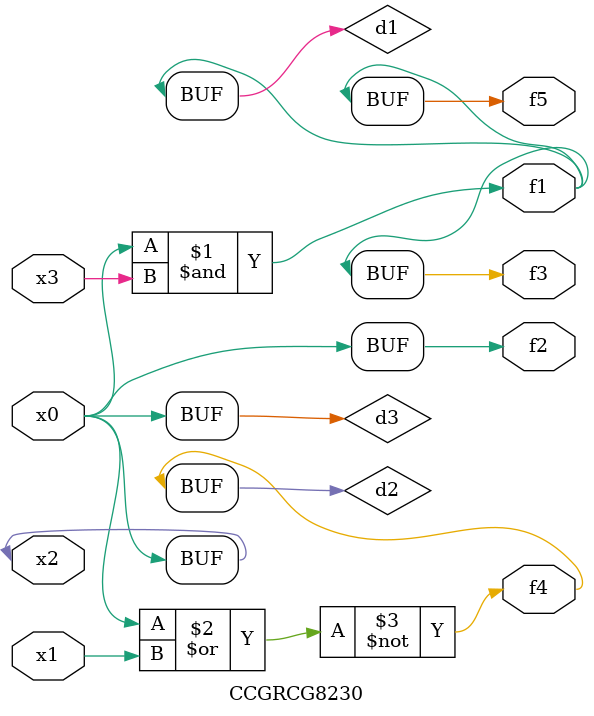
<source format=v>
module CCGRCG8230(
	input x0, x1, x2, x3,
	output f1, f2, f3, f4, f5
);

	wire d1, d2, d3;

	and (d1, x2, x3);
	nor (d2, x0, x1);
	buf (d3, x0, x2);
	assign f1 = d1;
	assign f2 = d3;
	assign f3 = d1;
	assign f4 = d2;
	assign f5 = d1;
endmodule

</source>
